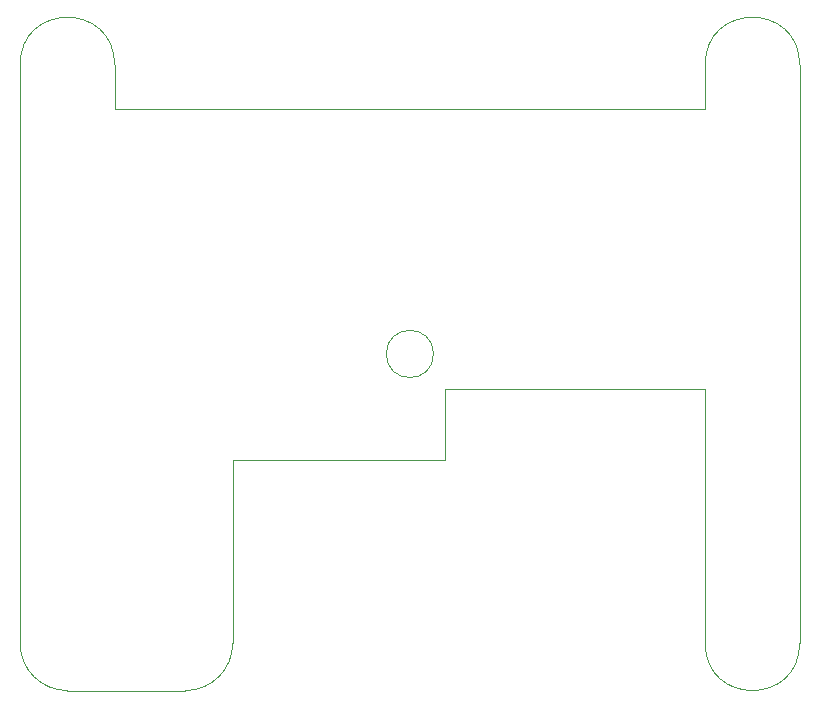
<source format=gbr>
%TF.GenerationSoftware,KiCad,Pcbnew,6.0.0-d3dd2cf0fa~116~ubuntu21.10.1*%
%TF.CreationDate,2022-01-01T15:31:36+02:00*%
%TF.ProjectId,moca-hcho,6d6f6361-2d68-4636-986f-2e6b69636164,v1.0*%
%TF.SameCoordinates,Original*%
%TF.FileFunction,Profile,NP*%
%FSLAX46Y46*%
G04 Gerber Fmt 4.6, Leading zero omitted, Abs format (unit mm)*
G04 Created by KiCad (PCBNEW 6.0.0-d3dd2cf0fa~116~ubuntu21.10.1) date 2022-01-01 15:31:36*
%MOMM*%
%LPD*%
G01*
G04 APERTURE LIST*
%TA.AperFunction,Profile*%
%ADD10C,0.100000*%
%TD*%
G04 APERTURE END LIST*
D10*
X75000000Y-75500000D02*
G75*
G03*
X67000000Y-75500000I-4000000J0D01*
G01*
X85000000Y-109000000D02*
X85000000Y-124500000D01*
X125000000Y-124500000D02*
X125000000Y-103000000D01*
X133000000Y-75500000D02*
X133000000Y-124500000D01*
X67000000Y-124500000D02*
G75*
G03*
X71000000Y-128500000I4000000J0D01*
G01*
X71000000Y-128500000D02*
X81000000Y-128500000D01*
X81000000Y-128500000D02*
G75*
G03*
X85000000Y-124500000I0J4000000D01*
G01*
X67000000Y-124500000D02*
X67000000Y-75500000D01*
X103000000Y-103000000D02*
X103000000Y-109000000D01*
X125000000Y-75500000D02*
X125000000Y-79300000D01*
X75000000Y-75500000D02*
X75000000Y-79300000D01*
X125000000Y-124500000D02*
G75*
G03*
X133000000Y-124500000I4000000J0D01*
G01*
X133000000Y-75500000D02*
G75*
G03*
X125000000Y-75500000I-4000000J0D01*
G01*
X103000000Y-103000000D02*
X125000000Y-103000000D01*
X103000000Y-109000000D02*
X85000000Y-109000000D01*
X75000000Y-79300000D02*
X125000000Y-79300000D01*
X102000000Y-100000000D02*
G75*
G03*
X102000000Y-100000000I-2000000J0D01*
G01*
M02*

</source>
